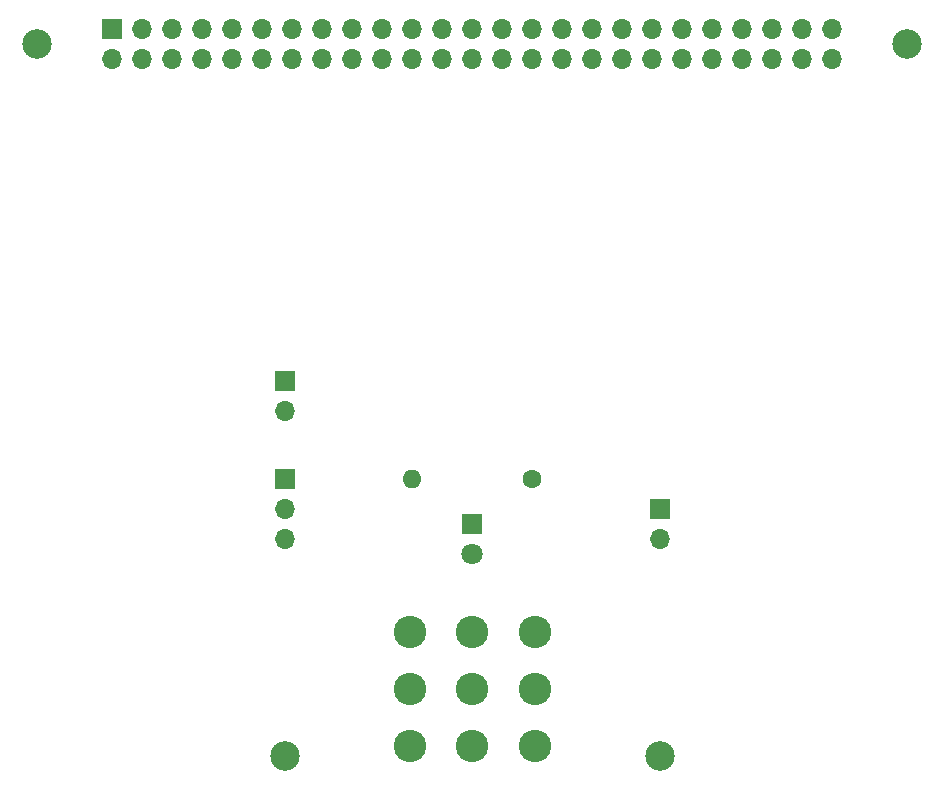
<source format=gbr>
%TF.GenerationSoftware,KiCad,Pcbnew,(5.1.7)-1*%
%TF.CreationDate,2020-11-19T17:50:40-06:00*%
%TF.ProjectId,ConsolePedal,436f6e73-6f6c-4655-9065-64616c2e6b69,rev?*%
%TF.SameCoordinates,Original*%
%TF.FileFunction,Soldermask,Bot*%
%TF.FilePolarity,Negative*%
%FSLAX46Y46*%
G04 Gerber Fmt 4.6, Leading zero omitted, Abs format (unit mm)*
G04 Created by KiCad (PCBNEW (5.1.7)-1) date 2020-11-19 17:50:40*
%MOMM*%
%LPD*%
G01*
G04 APERTURE LIST*
%ADD10C,2.500000*%
%ADD11O,1.700000X1.700000*%
%ADD12R,1.700000X1.700000*%
%ADD13R,1.800000X1.800000*%
%ADD14C,1.800000*%
%ADD15C,1.600000*%
%ADD16O,1.600000X1.600000*%
%ADD17C,2.743200*%
G04 APERTURE END LIST*
D10*
%TO.C,REF\u002A\u002A*%
X121285000Y-99695000D03*
%TD*%
%TO.C,REF\u002A\u002A*%
X153035000Y-99695000D03*
%TD*%
%TO.C,REF\u002A\u002A*%
X100330000Y-39370000D03*
%TD*%
%TO.C,REF\u002A\u002A*%
X173990000Y-39370000D03*
%TD*%
D11*
%TO.C,BT1*%
X121285000Y-70485000D03*
D12*
X121285000Y-67945000D03*
%TD*%
D13*
%TO.C,D1*%
X137160000Y-80010000D03*
D14*
X137160000Y-82550000D03*
%TD*%
D12*
%TO.C,J1*%
X121285000Y-76200000D03*
D11*
X121285000Y-78740000D03*
X121285000Y-81280000D03*
%TD*%
D12*
%TO.C,J2*%
X153035000Y-78740000D03*
D11*
X153035000Y-81280000D03*
%TD*%
D15*
%TO.C,R1*%
X142240000Y-76200000D03*
D16*
X132080000Y-76200000D03*
%TD*%
D17*
%TO.C,S1*%
X142458440Y-98778060D03*
X142458440Y-93980000D03*
X142458440Y-89181940D03*
X137160000Y-98778060D03*
X137160000Y-93980000D03*
X137160000Y-89181940D03*
X131861560Y-98778060D03*
X131861560Y-93980000D03*
X131861560Y-89181940D03*
%TD*%
D12*
%TO.C,J3*%
X106680000Y-38100000D03*
D11*
X106680000Y-40640000D03*
X109220000Y-38100000D03*
X109220000Y-40640000D03*
X111760000Y-38100000D03*
X111760000Y-40640000D03*
X114300000Y-38100000D03*
X114300000Y-40640000D03*
X116840000Y-38100000D03*
X116840000Y-40640000D03*
X119380000Y-38100000D03*
X119380000Y-40640000D03*
X121920000Y-38100000D03*
X121920000Y-40640000D03*
X124460000Y-38100000D03*
X124460000Y-40640000D03*
X127000000Y-38100000D03*
X127000000Y-40640000D03*
X129540000Y-38100000D03*
X129540000Y-40640000D03*
X132080000Y-38100000D03*
X132080000Y-40640000D03*
X134620000Y-38100000D03*
X134620000Y-40640000D03*
X137160000Y-38100000D03*
X137160000Y-40640000D03*
X139700000Y-38100000D03*
X139700000Y-40640000D03*
X142240000Y-38100000D03*
X142240000Y-40640000D03*
X144780000Y-38100000D03*
X144780000Y-40640000D03*
X147320000Y-38100000D03*
X147320000Y-40640000D03*
X149860000Y-38100000D03*
X149860000Y-40640000D03*
X152400000Y-38100000D03*
X152400000Y-40640000D03*
X154940000Y-38100000D03*
X154940000Y-40640000D03*
X157480000Y-38100000D03*
X157480000Y-40640000D03*
X160020000Y-38100000D03*
X160020000Y-40640000D03*
X162560000Y-38100000D03*
X162560000Y-40640000D03*
X165100000Y-38100000D03*
X165100000Y-40640000D03*
X167640000Y-38100000D03*
X167640000Y-40640000D03*
%TD*%
M02*

</source>
